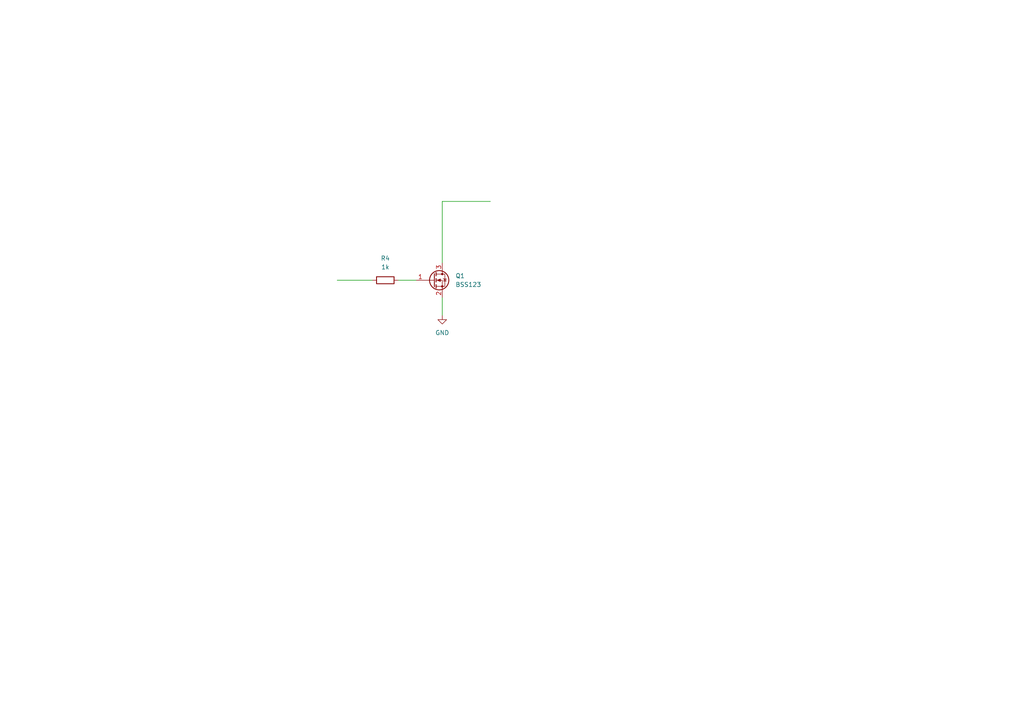
<source format=kicad_sch>
(kicad_sch (version 20211123) (generator eeschema)
  (paper "A4")
  (lib_symbols
    (symbol "Device:R" (pin_numbers hide) (pin_names (offset 0))
      (property "Reference" "R" (at 2.032 0 90))
      (property "Value" "R" (at 0 0 90))
      (symbol "R_0_1"
        (rectangle (start -1.016 -2.54) (end 1.016 2.54) (stroke (width 0.254)))
      )
      (symbol "R_1_1"
        (pin passive line (at 0 3.81 270) (length 1.27) (name "~") (number "1"))
        (pin passive line (at 0 -3.81 90) (length 1.27) (name "~") (number "2"))
      )
    )
    (symbol "Transistor_FET:BSS123" (pin_names hide)
      (property "Reference" "Q" (at 5.08 1.905 0))
      (property "Value" "BSS123" (at 5.08 0 0))
      (symbol "BSS123_0_1"
        (polyline (pts (xy 0.254 0) (xy -2.54 0)))
        (polyline (pts (xy 0.254 1.905) (xy 0.254 -1.905)) (stroke (width 0.254)))
        (polyline (pts (xy 0.762 -1.27) (xy 0.762 -2.286)) (stroke (width 0.254)))
        (polyline (pts (xy 0.762 0.508) (xy 0.762 -0.508)) (stroke (width 0.254)))
        (polyline (pts (xy 0.762 2.286) (xy 0.762 1.27)) (stroke (width 0.254)))
        (polyline (pts (xy 2.54 2.54) (xy 2.54 1.778)))
        (polyline (pts (xy 2.54 -2.54) (xy 2.54 0) (xy 0.762 0)))
        (polyline (pts (xy 0.762 -1.778) (xy 3.302 -1.778) (xy 3.302 1.778) (xy 0.762 1.778)))
        (polyline (pts (xy 1.016 0) (xy 2.032 0.381) (xy 2.032 -0.381) (xy 1.016 0)) (fill (type outline)))
        (polyline (pts (xy 2.794 0.508) (xy 2.921 0.381) (xy 3.683 0.381) (xy 3.81 0.254)))
        (polyline (pts (xy 3.302 0.381) (xy 2.921 -0.254) (xy 3.683 -0.254) (xy 3.302 0.381)))
        (circle (center 1.651 0) (radius 2.794) (stroke (width 0.254)))
        (circle (center 2.54 -1.778) (radius 0.254) (fill (type outline)))
        (circle (center 2.54 1.778) (radius 0.254) (fill (type outline)))
      )
      (symbol "BSS123_1_1"
        (pin input line (at -5.08 0 0) (length 2.54) (name "G") (number "1"))
        (pin passive line (at 2.54 -5.08 90) (length 2.54) (name "S") (number "2"))
        (pin passive line (at 2.54 5.08 270) (length 2.54) (name "D") (number "3"))
      )
    )
    (symbol "power:GND" (power) (pin_names (offset 0))
      (property "Value" "GND" (at 0 -3.81 0))
      (symbol "GND_0_1"
        (polyline (pts (xy 0 0) (xy 0 -1.27) (xy 1.27 -1.27) (xy 0 -2.54) (xy -1.27 -1.27) (xy 0 -1.27)))
      )
      (symbol "GND_1_1"
        (pin power_in line (at 0 0 270) (length 0) hide (name "GND") (number "1"))
      )
    )
  )
  (wire (pts (xy 128.27 86.36) (xy 128.27 91.44)))
  (wire (pts (xy 115.57 81.28) (xy 120.65 81.28)))
  (wire (pts (xy 128.27 76.2) (xy 128.27 58.42)))
  (wire (pts (xy 97.79 81.28) (xy 107.95 81.28)))
  (wire (pts (xy 128.27 58.42) (xy 142.24 58.42)))
  (symbol (lib_id "Device:R") (at 111.76 81.28 270) (unit 1)
    (property "Reference" "R4" (at 111.76 74.93 90))
    (property "Value" "1k" (at 111.76 77.47 90))
    (property "Footprint" "Resistor_SMD:R_0603_1608Metric" (effects hide))
  )
  (symbol (lib_id "power:GND") (at 128.27 91.44 0) (unit 1)
    (property "Reference" "#PWR0109" (effects hide))
    (property "Value" "GND" (at 128.27 96.52 0))
  )
  (symbol (lib_id "Transistor_FET:BSS123") (at 125.73 81.28 0) (unit 1)
    (property "Reference" "Q1" (at 132.08 80.0099 0) (effects (justify left)))
    (property "Value" "BSS123" (at 132.08 82.5499 0) (effects (justify left)))
    (property "Footprint" "Package_TO_SOT_SMD:SOT-23" (effects hide))
    (property "Datasheet" "http://www.diodes.com/assets/Datasheets/ds30366.pdf" (effects hide))
  )
)
</source>
